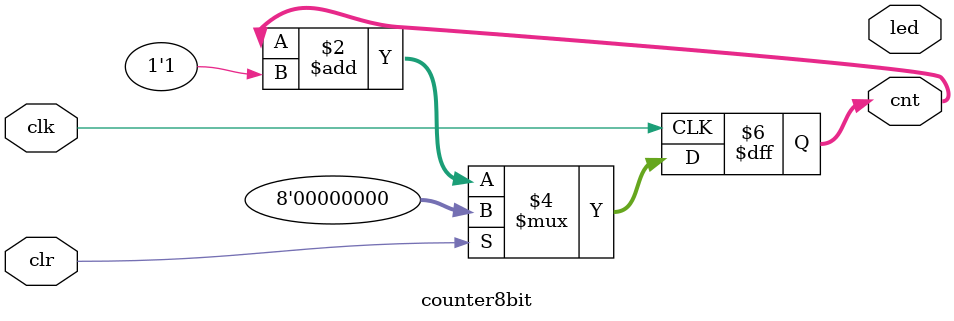
<source format=v>
`timescale 1ns / 1ps


module counter8bit(
    input clk,
    input clr,
    output reg [7:0] cnt,
    output reg [7:0] led
    );
    
    always @ (posedge clk)
        begin
            if (clr)
                cnt <= 0;
            else
            cnt <= cnt + 1'b1;
                
        end
endmodule

</source>
